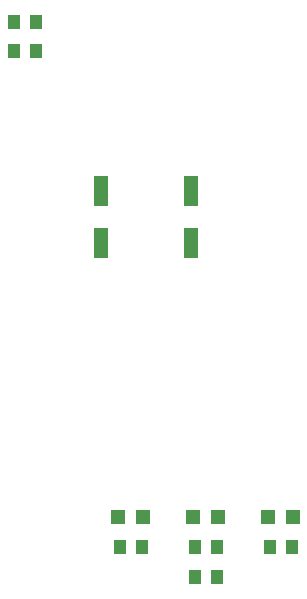
<source format=gtp>
G04 DipTrace 3.2.0.1*
G04 CM904_plus.gtp*
%MOIN*%
G04 #@! TF.FileFunction,Paste,Top*
G04 #@! TF.Part,Single*
%ADD23R,0.05X0.1*%
%ADD30R,0.047244X0.047244*%
%ADD51R,0.043307X0.051181*%
%FSLAX26Y26*%
G04*
G70*
G90*
G75*
G01*
G04 TopPaste*
%LPD*%
D23*
X2063386Y2461201D3*
Y2636201D3*
X2363386D3*
Y2461201D3*
D51*
X2450788Y1448701D3*
X2375984D3*
X2625984D3*
X2700788D3*
X2125984D3*
X2200788D3*
X2375984Y1348701D3*
X2450788D3*
X1773386Y3198701D3*
X1848189D3*
X1773386Y3103701D3*
X1848189D3*
D30*
X2622047Y1548701D3*
X2704725D3*
X2372047D3*
X2454725D3*
X2204725D3*
X2122047D3*
M02*

</source>
